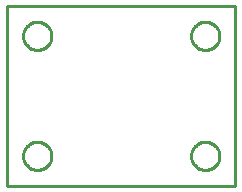
<source format=gbr>
G04 EAGLE Gerber RS-274X export*
G75*
%MOMM*%
%FSLAX34Y34*%
%LPD*%
%IN*%
%IPPOS*%
%AMOC8*
5,1,8,0,0,1.08239X$1,22.5*%
G01*
%ADD10C,0.254000*%


D10*
X-96520Y-76200D02*
X96520Y-76200D01*
X96520Y76200D01*
X-96520Y76200D01*
X-96520Y-76200D01*
X-59182Y-51269D02*
X-59256Y-52204D01*
X-59402Y-53131D01*
X-59621Y-54043D01*
X-59911Y-54935D01*
X-60270Y-55802D01*
X-60696Y-56638D01*
X-61186Y-57438D01*
X-61738Y-58196D01*
X-62347Y-58910D01*
X-63010Y-59573D01*
X-63724Y-60182D01*
X-64483Y-60734D01*
X-65282Y-61224D01*
X-66118Y-61650D01*
X-66985Y-62009D01*
X-67877Y-62299D01*
X-68789Y-62518D01*
X-69716Y-62664D01*
X-70651Y-62738D01*
X-71589Y-62738D01*
X-72524Y-62664D01*
X-73451Y-62518D01*
X-74363Y-62299D01*
X-75255Y-62009D01*
X-76122Y-61650D01*
X-76958Y-61224D01*
X-77758Y-60734D01*
X-78516Y-60182D01*
X-79230Y-59573D01*
X-79893Y-58910D01*
X-80502Y-58196D01*
X-81054Y-57438D01*
X-81544Y-56638D01*
X-81970Y-55802D01*
X-82329Y-54935D01*
X-82619Y-54043D01*
X-82838Y-53131D01*
X-82984Y-52204D01*
X-83058Y-51269D01*
X-83058Y-50331D01*
X-82984Y-49396D01*
X-82838Y-48469D01*
X-82619Y-47557D01*
X-82329Y-46665D01*
X-81970Y-45798D01*
X-81544Y-44962D01*
X-81054Y-44163D01*
X-80502Y-43404D01*
X-79893Y-42690D01*
X-79230Y-42027D01*
X-78516Y-41418D01*
X-77758Y-40866D01*
X-76958Y-40376D01*
X-76122Y-39950D01*
X-75255Y-39591D01*
X-74363Y-39301D01*
X-73451Y-39082D01*
X-72524Y-38936D01*
X-71589Y-38862D01*
X-70651Y-38862D01*
X-69716Y-38936D01*
X-68789Y-39082D01*
X-67877Y-39301D01*
X-66985Y-39591D01*
X-66118Y-39950D01*
X-65282Y-40376D01*
X-64483Y-40866D01*
X-63724Y-41418D01*
X-63010Y-42027D01*
X-62347Y-42690D01*
X-61738Y-43404D01*
X-61186Y-44163D01*
X-60696Y-44962D01*
X-60270Y-45798D01*
X-59911Y-46665D01*
X-59621Y-47557D01*
X-59402Y-48469D01*
X-59256Y-49396D01*
X-59182Y-50331D01*
X-59182Y-51269D01*
X83058Y-51269D02*
X82984Y-52204D01*
X82838Y-53131D01*
X82619Y-54043D01*
X82329Y-54935D01*
X81970Y-55802D01*
X81544Y-56638D01*
X81054Y-57438D01*
X80502Y-58196D01*
X79893Y-58910D01*
X79230Y-59573D01*
X78516Y-60182D01*
X77758Y-60734D01*
X76958Y-61224D01*
X76122Y-61650D01*
X75255Y-62009D01*
X74363Y-62299D01*
X73451Y-62518D01*
X72524Y-62664D01*
X71589Y-62738D01*
X70651Y-62738D01*
X69716Y-62664D01*
X68789Y-62518D01*
X67877Y-62299D01*
X66985Y-62009D01*
X66118Y-61650D01*
X65282Y-61224D01*
X64483Y-60734D01*
X63724Y-60182D01*
X63010Y-59573D01*
X62347Y-58910D01*
X61738Y-58196D01*
X61186Y-57438D01*
X60696Y-56638D01*
X60270Y-55802D01*
X59911Y-54935D01*
X59621Y-54043D01*
X59402Y-53131D01*
X59256Y-52204D01*
X59182Y-51269D01*
X59182Y-50331D01*
X59256Y-49396D01*
X59402Y-48469D01*
X59621Y-47557D01*
X59911Y-46665D01*
X60270Y-45798D01*
X60696Y-44962D01*
X61186Y-44163D01*
X61738Y-43404D01*
X62347Y-42690D01*
X63010Y-42027D01*
X63724Y-41418D01*
X64483Y-40866D01*
X65282Y-40376D01*
X66118Y-39950D01*
X66985Y-39591D01*
X67877Y-39301D01*
X68789Y-39082D01*
X69716Y-38936D01*
X70651Y-38862D01*
X71589Y-38862D01*
X72524Y-38936D01*
X73451Y-39082D01*
X74363Y-39301D01*
X75255Y-39591D01*
X76122Y-39950D01*
X76958Y-40376D01*
X77758Y-40866D01*
X78516Y-41418D01*
X79230Y-42027D01*
X79893Y-42690D01*
X80502Y-43404D01*
X81054Y-44163D01*
X81544Y-44962D01*
X81970Y-45798D01*
X82329Y-46665D01*
X82619Y-47557D01*
X82838Y-48469D01*
X82984Y-49396D01*
X83058Y-50331D01*
X83058Y-51269D01*
X83058Y50331D02*
X82984Y49396D01*
X82838Y48469D01*
X82619Y47557D01*
X82329Y46665D01*
X81970Y45798D01*
X81544Y44962D01*
X81054Y44163D01*
X80502Y43404D01*
X79893Y42690D01*
X79230Y42027D01*
X78516Y41418D01*
X77758Y40866D01*
X76958Y40376D01*
X76122Y39950D01*
X75255Y39591D01*
X74363Y39301D01*
X73451Y39082D01*
X72524Y38936D01*
X71589Y38862D01*
X70651Y38862D01*
X69716Y38936D01*
X68789Y39082D01*
X67877Y39301D01*
X66985Y39591D01*
X66118Y39950D01*
X65282Y40376D01*
X64483Y40866D01*
X63724Y41418D01*
X63010Y42027D01*
X62347Y42690D01*
X61738Y43404D01*
X61186Y44163D01*
X60696Y44962D01*
X60270Y45798D01*
X59911Y46665D01*
X59621Y47557D01*
X59402Y48469D01*
X59256Y49396D01*
X59182Y50331D01*
X59182Y51269D01*
X59256Y52204D01*
X59402Y53131D01*
X59621Y54043D01*
X59911Y54935D01*
X60270Y55802D01*
X60696Y56638D01*
X61186Y57438D01*
X61738Y58196D01*
X62347Y58910D01*
X63010Y59573D01*
X63724Y60182D01*
X64483Y60734D01*
X65282Y61224D01*
X66118Y61650D01*
X66985Y62009D01*
X67877Y62299D01*
X68789Y62518D01*
X69716Y62664D01*
X70651Y62738D01*
X71589Y62738D01*
X72524Y62664D01*
X73451Y62518D01*
X74363Y62299D01*
X75255Y62009D01*
X76122Y61650D01*
X76958Y61224D01*
X77758Y60734D01*
X78516Y60182D01*
X79230Y59573D01*
X79893Y58910D01*
X80502Y58196D01*
X81054Y57438D01*
X81544Y56638D01*
X81970Y55802D01*
X82329Y54935D01*
X82619Y54043D01*
X82838Y53131D01*
X82984Y52204D01*
X83058Y51269D01*
X83058Y50331D01*
X-59182Y50331D02*
X-59256Y49396D01*
X-59402Y48469D01*
X-59621Y47557D01*
X-59911Y46665D01*
X-60270Y45798D01*
X-60696Y44962D01*
X-61186Y44163D01*
X-61738Y43404D01*
X-62347Y42690D01*
X-63010Y42027D01*
X-63724Y41418D01*
X-64483Y40866D01*
X-65282Y40376D01*
X-66118Y39950D01*
X-66985Y39591D01*
X-67877Y39301D01*
X-68789Y39082D01*
X-69716Y38936D01*
X-70651Y38862D01*
X-71589Y38862D01*
X-72524Y38936D01*
X-73451Y39082D01*
X-74363Y39301D01*
X-75255Y39591D01*
X-76122Y39950D01*
X-76958Y40376D01*
X-77758Y40866D01*
X-78516Y41418D01*
X-79230Y42027D01*
X-79893Y42690D01*
X-80502Y43404D01*
X-81054Y44163D01*
X-81544Y44962D01*
X-81970Y45798D01*
X-82329Y46665D01*
X-82619Y47557D01*
X-82838Y48469D01*
X-82984Y49396D01*
X-83058Y50331D01*
X-83058Y51269D01*
X-82984Y52204D01*
X-82838Y53131D01*
X-82619Y54043D01*
X-82329Y54935D01*
X-81970Y55802D01*
X-81544Y56638D01*
X-81054Y57438D01*
X-80502Y58196D01*
X-79893Y58910D01*
X-79230Y59573D01*
X-78516Y60182D01*
X-77758Y60734D01*
X-76958Y61224D01*
X-76122Y61650D01*
X-75255Y62009D01*
X-74363Y62299D01*
X-73451Y62518D01*
X-72524Y62664D01*
X-71589Y62738D01*
X-70651Y62738D01*
X-69716Y62664D01*
X-68789Y62518D01*
X-67877Y62299D01*
X-66985Y62009D01*
X-66118Y61650D01*
X-65282Y61224D01*
X-64483Y60734D01*
X-63724Y60182D01*
X-63010Y59573D01*
X-62347Y58910D01*
X-61738Y58196D01*
X-61186Y57438D01*
X-60696Y56638D01*
X-60270Y55802D01*
X-59911Y54935D01*
X-59621Y54043D01*
X-59402Y53131D01*
X-59256Y52204D01*
X-59182Y51269D01*
X-59182Y50331D01*
M02*

</source>
